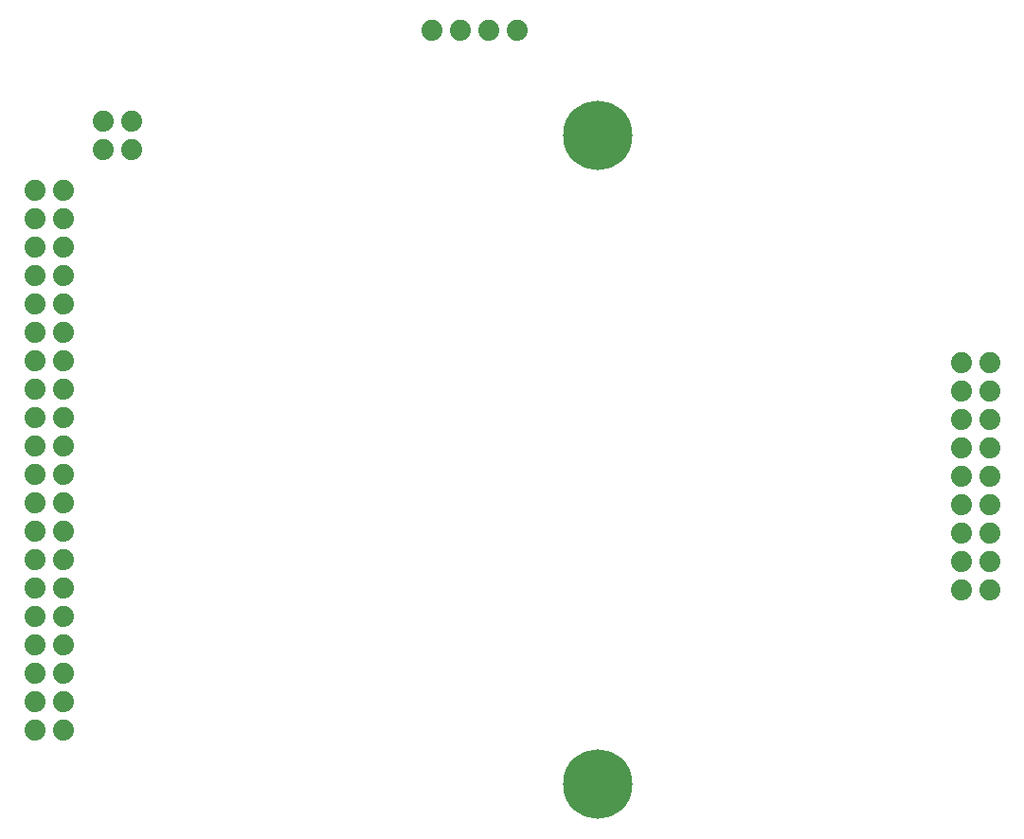
<source format=gts>
G04 Layer_Color=8388736*
%FSLAX44Y44*%
%MOMM*%
G71*
G01*
G75*
%ADD12C,6.2000*%
%ADD13C,1.8796*%
D12*
X530000Y615000D02*
D03*
Y35000D02*
D03*
D13*
X432700Y709000D02*
D03*
X407300D02*
D03*
X381900D02*
D03*
X458100D02*
D03*
X88700Y627700D02*
D03*
Y602300D02*
D03*
X114100Y627700D02*
D03*
Y602300D02*
D03*
X855300Y208400D02*
D03*
X880700D02*
D03*
X855300Y233800D02*
D03*
X880700D02*
D03*
X855300Y259200D02*
D03*
X880700D02*
D03*
X855300Y284600D02*
D03*
X880700D02*
D03*
X855300Y310000D02*
D03*
X880700D02*
D03*
X855300Y335400D02*
D03*
X880700D02*
D03*
X855300Y360800D02*
D03*
X880700D02*
D03*
X855300Y386200D02*
D03*
X880700D02*
D03*
X855300Y411600D02*
D03*
X880700D02*
D03*
X27300Y566300D02*
D03*
X52700D02*
D03*
X27300Y540900D02*
D03*
X52700D02*
D03*
X27300Y515500D02*
D03*
X52700D02*
D03*
X27300Y490100D02*
D03*
X52700D02*
D03*
X27300Y464700D02*
D03*
X52700D02*
D03*
X27300Y439300D02*
D03*
X52700D02*
D03*
X27300Y413900D02*
D03*
X52700D02*
D03*
X27300Y388500D02*
D03*
X52700D02*
D03*
X27300Y363100D02*
D03*
X52700D02*
D03*
X27300Y337700D02*
D03*
X52700D02*
D03*
X27300Y312300D02*
D03*
X52700D02*
D03*
X27300Y286900D02*
D03*
X52700D02*
D03*
X27300Y261500D02*
D03*
X52700D02*
D03*
X27300Y236100D02*
D03*
X52700D02*
D03*
X27300Y210700D02*
D03*
X52700D02*
D03*
X27300Y185300D02*
D03*
X52700D02*
D03*
X27300Y159900D02*
D03*
X52700D02*
D03*
X27300Y134500D02*
D03*
X52700D02*
D03*
X27300Y109100D02*
D03*
X52700D02*
D03*
X27300Y83700D02*
D03*
X52700D02*
D03*
M02*

</source>
